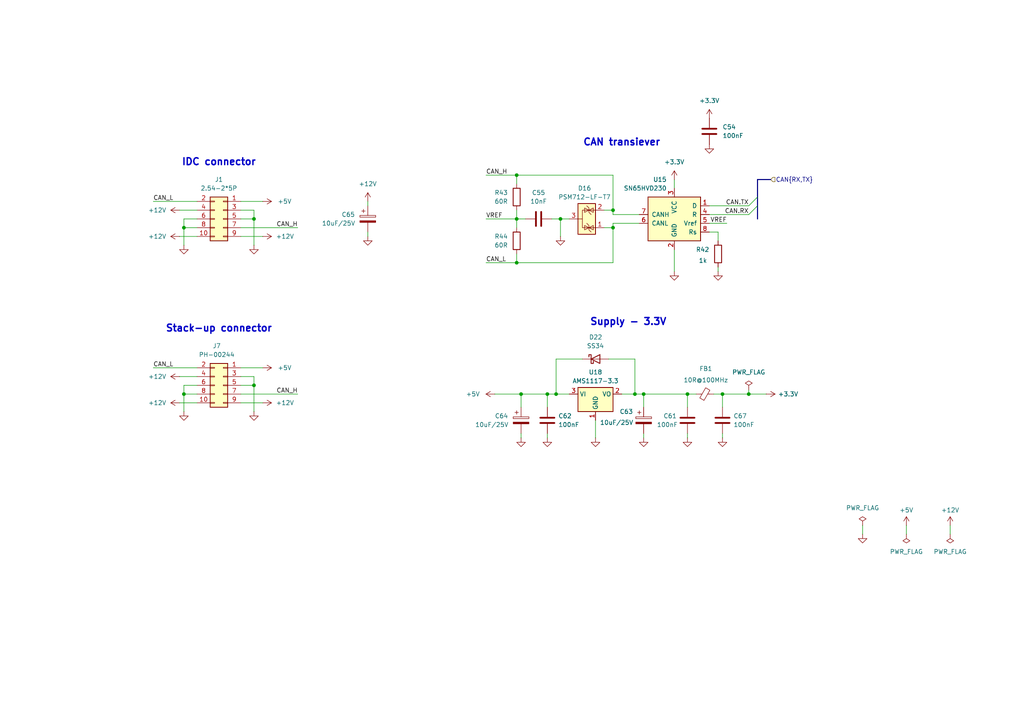
<source format=kicad_sch>
(kicad_sch (version 20231120) (generator "eeschema") (generator_version "8.0")
  (paper "A4")
  (title_block (title "Control board") (date "2024-06-11") (rev "${VERSION}") (company "TrendBit s.r.o.") (comment 1 "Designed by: Petr Malaník"))
  (lib_symbols
    (symbol "Connector_Generic:Conn_02x05_Odd_Even" (pin_names (offset 1.016) hide)
      (property "Reference" "J" (at 1.27 7.62 0))
      (property "Value" "Conn_02x05_Odd_Even" (at 1.27 -7.62 0))
      (symbol "Conn_02x05_Odd_Even_1_1"
        (rectangle (start -1.27 -4.953) (end 0 -5.207) (stroke (width 0.1524)))
        (rectangle (start -1.27 -2.413) (end 0 -2.667) (stroke (width 0.1524)))
        (rectangle (start -1.27 0.127) (end 0 -0.127) (stroke (width 0.1524)))
        (rectangle (start -1.27 2.667) (end 0 2.413) (stroke (width 0.1524)))
        (rectangle (start -1.27 5.207) (end 0 4.953) (stroke (width 0.1524)))
        (rectangle (start -1.27 6.35) (end 3.81 -6.35) (stroke (width 0.254)) (fill (type background)))
        (rectangle (start 3.81 -4.953) (end 2.54 -5.207) (stroke (width 0.1524)))
        (rectangle (start 3.81 -2.413) (end 2.54 -2.667) (stroke (width 0.1524)))
        (rectangle (start 3.81 0.127) (end 2.54 -0.127) (stroke (width 0.1524)))
        (rectangle (start 3.81 2.667) (end 2.54 2.413) (stroke (width 0.1524)))
        (rectangle (start 3.81 5.207) (end 2.54 4.953) (stroke (width 0.1524)))
        (pin passive line (at -5.08 5.08 0) (length 3.81) (name "Pin_1") (number "1"))
        (pin passive line (at 7.62 -5.08 180) (length 3.81) (name "Pin_10") (number "10"))
        (pin passive line (at 7.62 5.08 180) (length 3.81) (name "Pin_2") (number "2"))
        (pin passive line (at -5.08 2.54 0) (length 3.81) (name "Pin_3") (number "3"))
        (pin passive line (at 7.62 2.54 180) (length 3.81) (name "Pin_4") (number "4"))
        (pin passive line (at -5.08 0 0) (length 3.81) (name "Pin_5") (number "5"))
        (pin passive line (at 7.62 0 180) (length 3.81) (name "Pin_6") (number "6"))
        (pin passive line (at -5.08 -2.54 0) (length 3.81) (name "Pin_7") (number "7"))
        (pin passive line (at 7.62 -2.54 180) (length 3.81) (name "Pin_8") (number "8"))
        (pin passive line (at -5.08 -5.08 0) (length 3.81) (name "Pin_9") (number "9"))
      )
    )
    (symbol "Device:C" (pin_numbers hide) (pin_names (offset 0.254))
      (property "Reference" "C" (at 0.635 2.54 0))
      (property "Value" "C" (at 0.635 -2.54 0))
      (symbol "C_0_1"
        (polyline (pts (xy -2.032 -0.762) (xy 2.032 -0.762)) (stroke (width 0.508)))
        (polyline (pts (xy -2.032 0.762) (xy 2.032 0.762)) (stroke (width 0.508)))
      )
      (symbol "C_1_1"
        (pin passive line (at 0 3.81 270) (length 2.794) (name "~") (number "1"))
        (pin passive line (at 0 -3.81 90) (length 2.794) (name "~") (number "2"))
      )
    )
    (symbol "Device:C_Polarized" (pin_numbers hide) (pin_names (offset 0.254))
      (property "Reference" "C" (at 0.635 2.54 0))
      (property "Value" "C_Polarized" (at 0.635 -2.54 0))
      (symbol "C_Polarized_0_1"
        (rectangle (start -2.286 0.508) (end 2.286 1.016))
        (polyline (pts (xy -1.778 2.286) (xy -0.762 2.286)))
        (polyline (pts (xy -1.27 2.794) (xy -1.27 1.778)))
        (rectangle (start 2.286 -0.508) (end -2.286 -1.016) (fill (type outline)))
      )
      (symbol "C_Polarized_1_1"
        (pin passive line (at 0 3.81 270) (length 2.794) (name "~") (number "1"))
        (pin passive line (at 0 -3.81 90) (length 2.794) (name "~") (number "2"))
      )
    )
    (symbol "Device:D_Schottky" (pin_numbers hide) (pin_names (offset 1.016) hide)
      (property "Reference" "D" (at 0 2.54 0))
      (property "Value" "D_Schottky" (at 0 -2.54 0))
      (symbol "D_Schottky_0_1"
        (polyline (pts (xy 1.27 0) (xy -1.27 0)))
        (polyline (pts (xy 1.27 1.27) (xy 1.27 -1.27) (xy -1.27 0) (xy 1.27 1.27)) (stroke (width 0.254)))
        (polyline (pts (xy -1.905 0.635) (xy -1.905 1.27) (xy -1.27 1.27) (xy -1.27 -1.27) (xy -0.635 -1.27) (xy -0.635 -0.635)) (stroke (width 0.254)))
      )
      (symbol "D_Schottky_1_1"
        (pin passive line (at -3.81 0 0) (length 2.54) (name "K") (number "1"))
        (pin passive line (at 3.81 0 180) (length 2.54) (name "A") (number "2"))
      )
    )
    (symbol "Device:FerriteBead_Small" (pin_numbers hide) (pin_names (offset 0))
      (property "Reference" "FB" (at 1.905 1.27 0))
      (property "Value" "FerriteBead_Small" (at 1.905 -1.27 0))
      (symbol "FerriteBead_Small_0_1"
        (polyline (pts (xy 0 -1.27) (xy 0 -0.7874)))
        (polyline (pts (xy 0 0.889) (xy 0 1.2954)))
        (polyline (pts (xy -1.8288 0.2794) (xy -1.1176 1.4986) (xy 1.8288 -0.2032) (xy 1.1176 -1.4224) (xy -1.8288 0.2794)))
      )
      (symbol "FerriteBead_Small_1_1"
        (pin passive line (at 0 2.54 270) (length 1.27) (name "~") (number "1"))
        (pin passive line (at 0 -2.54 90) (length 1.27) (name "~") (number "2"))
      )
    )
    (symbol "Device:R" (pin_numbers hide) (pin_names (offset 0))
      (property "Reference" "R" (at 2.032 0 90))
      (property "Value" "R" (at 0 0 90))
      (symbol "R_0_1"
        (rectangle (start -1.016 -2.54) (end 1.016 2.54) (stroke (width 0.254)))
      )
      (symbol "R_1_1"
        (pin passive line (at 0 3.81 270) (length 1.27) (name "~") (number "1"))
        (pin passive line (at 0 -3.81 90) (length 1.27) (name "~") (number "2"))
      )
    )
    (symbol "Interface_CAN_LIN:SN65HVD230" (pin_names (offset 1.016))
      (property "Reference" "U" (at -2.54 10.16 0))
      (property "Value" "SN65HVD230" (at -2.54 7.62 0))
      (symbol "SN65HVD230_0_1"
        (rectangle (start -7.62 5.08) (end 7.62 -7.62) (stroke (width 0.254)) (fill (type background)))
      )
      (symbol "SN65HVD230_1_1"
        (pin input line (at -10.16 2.54 0) (length 2.54) (name "D") (number "1"))
        (pin power_in line (at 0 -10.16 90) (length 2.54) (name "GND") (number "2"))
        (pin power_in line (at 0 7.62 270) (length 2.54) (name "VCC") (number "3"))
        (pin output line (at -10.16 0 0) (length 2.54) (name "R") (number "4"))
        (pin output line (at -10.16 -2.54 0) (length 2.54) (name "Vref") (number "5"))
        (pin bidirectional line (at 10.16 -2.54 180) (length 2.54) (name "CANL") (number "6"))
        (pin bidirectional line (at 10.16 0 180) (length 2.54) (name "CANH") (number "7"))
        (pin input line (at -10.16 -5.08 0) (length 2.54) (name "Rs") (number "8"))
      )
    )
    (symbol "Power_Protection:NUP2105L" (pin_names hide)
      (property "Reference" "D" (at 5.715 2.54 0))
      (property "Value" "NUP2105L" (at 5.715 0.635 0))
      (symbol "NUP2105L_0_0"
        (pin passive line (at 0 -5.08 90) (length 2.54) (name "A") (number "3"))
      )
      (symbol "NUP2105L_0_1"
        (rectangle (start -4.445 2.54) (end 4.445 -2.54) (stroke (width 0.254)) (fill (type background)))
        (polyline (pts (xy -2.54 2.54) (xy -2.54 0.635)))
        (polyline (pts (xy 0 -1.27) (xy 0 -2.54)))
        (polyline (pts (xy 2.54 2.54) (xy 2.54 0.635)))
        (polyline (pts (xy -3.81 1.27) (xy -3.175 0.635) (xy -1.905 0.635) (xy -1.27 0)))
        (polyline (pts (xy -2.54 0.635) (xy -2.54 -1.27) (xy 2.54 -1.27) (xy 2.54 0.635)))
        (polyline (pts (xy -2.54 0.635) (xy -1.905 -0.635) (xy -3.175 -0.635) (xy -2.54 0.635)))
        (polyline (pts (xy 2.54 0.635) (xy 1.905 -0.635) (xy 3.175 -0.635) (xy 2.54 0.635)))
        (polyline (pts (xy 2.54 0.635) (xy 3.175 1.905) (xy 1.905 1.905) (xy 2.54 0.635)))
        (polyline (pts (xy -2.54 0.635) (xy -3.175 1.905) (xy -1.905 1.905) (xy -2.54 0.635) (xy -2.54 1.27)))
        (polyline (pts (xy 1.27 1.27) (xy 1.905 0.635) (xy 2.54 0.635) (xy 3.175 0.635) (xy 3.81 0)))
      )
      (symbol "NUP2105L_1_1"
        (pin passive line (at -2.54 5.08 270) (length 2.54) (name "K") (number "1"))
        (pin passive line (at 2.54 5.08 270) (length 2.54) (name "K") (number "2"))
      )
    )
    (symbol "Regulator_Linear:AMS1117-3.3"
      (property "Reference" "U" (at -3.81 3.175 0))
      (property "Value" "AMS1117-3.3" (at 0 3.175 0))
      (symbol "AMS1117-3.3_0_1"
        (rectangle (start -5.08 -5.08) (end 5.08 1.905) (stroke (width 0.254)) (fill (type background)))
      )
      (symbol "AMS1117-3.3_1_1"
        (pin power_in line (at 0 -7.62 90) (length 2.54) (name "GND") (number "1"))
        (pin power_out line (at 7.62 0 180) (length 2.54) (name "VO") (number "2"))
        (pin power_in line (at -7.62 0 0) (length 2.54) (name "VI") (number "3"))
      )
    )
    (symbol "power:+12V" (power) (pin_numbers hide) (pin_names (offset 0) hide)
      (property "Value" "+12V" (at 0 3.556 0))
      (symbol "+12V_0_1"
        (polyline (pts (xy -0.762 1.27) (xy 0 2.54)))
        (polyline (pts (xy 0 0) (xy 0 2.54)))
        (polyline (pts (xy 0 2.54) (xy 0.762 1.27)))
      )
      (symbol "+12V_1_1"
        (pin power_in line (at 0 0 90) (length 0) (name "~") (number "1"))
      )
    )
    (symbol "power:+3.3V" (power) (pin_numbers hide) (pin_names (offset 0) hide)
      (property "Value" "+3.3V" (at 0 3.556 0))
      (symbol "+3.3V_0_1"
        (polyline (pts (xy -0.762 1.27) (xy 0 2.54)))
        (polyline (pts (xy 0 0) (xy 0 2.54)))
        (polyline (pts (xy 0 2.54) (xy 0.762 1.27)))
      )
      (symbol "+3.3V_1_1"
        (pin power_in line (at 0 0 90) (length 0) (name "~") (number "1"))
      )
    )
    (symbol "power:+5V" (power) (pin_numbers hide) (pin_names (offset 0) hide)
      (property "Value" "+5V" (at 0 3.556 0))
      (symbol "+5V_0_1"
        (polyline (pts (xy -0.762 1.27) (xy 0 2.54)))
        (polyline (pts (xy 0 0) (xy 0 2.54)))
        (polyline (pts (xy 0 2.54) (xy 0.762 1.27)))
      )
      (symbol "+5V_1_1"
        (pin power_in line (at 0 0 90) (length 0) (name "~") (number "1"))
      )
    )
    (symbol "power:GND" (power) (pin_numbers hide) (pin_names (offset 0) hide)
      (property "Value" "GND" (at 0 -3.81 0))
      (symbol "GND_0_1"
        (polyline (pts (xy 0 0) (xy 0 -1.27) (xy 1.27 -1.27) (xy 0 -2.54) (xy -1.27 -1.27) (xy 0 -1.27)))
      )
      (symbol "GND_1_1"
        (pin power_in line (at 0 0 270) (length 0) (name "~") (number "1"))
      )
    )
    (symbol "power:PWR_FLAG" (power) (pin_numbers hide) (pin_names (offset 0) hide)
      (property "Value" "PWR_FLAG" (at 0 3.81 0))
      (symbol "PWR_FLAG_0_0"
        (pin power_out line (at 0 0 90) (length 0) (name "~") (number "1"))
      )
      (symbol "PWR_FLAG_0_1"
        (polyline (pts (xy 0 0) (xy 0 1.27) (xy -1.016 1.905) (xy 0 2.54) (xy 1.016 1.905) (xy 0 1.27)))
      )
    )
  )
  (junction (at 149.86 76.2))
  (junction (at 199.39 114.3))
  (junction (at 73.66 111.76))
  (junction (at 184.15 114.3))
  (junction (at 177.8 66.04))
  (junction (at 73.66 63.5))
  (junction (at 53.34 114.3))
  (junction (at 177.8 60.96))
  (junction (at 149.86 50.8))
  (junction (at 53.34 66.04))
  (junction (at 151.13 114.3))
  (junction (at 186.69 114.3))
  (junction (at 209.55 114.3))
  (junction (at 161.29 114.3))
  (junction (at 162.56 63.5))
  (junction (at 149.86 63.5))
  (junction (at 158.75 114.3))
  (junction (at 217.17 114.3))
  (bus_entry (at 219.71 57.15) (size -2.54 2.54))
  (bus_entry (at 219.71 59.69) (size -2.54 2.54))
  (wire (pts (xy 186.69 127) (xy 186.69 125.73)))
  (wire (pts (xy 162.56 63.5) (xy 162.56 68.58)))
  (wire (pts (xy 106.68 68.58) (xy 106.68 67.31)))
  (wire (pts (xy 217.17 113.03) (xy 217.17 114.3)))
  (wire (pts (xy 161.29 114.3) (xy 158.75 114.3)))
  (wire (pts (xy 209.55 114.3) (xy 217.17 114.3)))
  (wire (pts (xy 184.15 104.14) (xy 184.15 114.3)))
  (wire (pts (xy 52.07 116.84) (xy 57.15 116.84)))
  (wire (pts (xy 186.69 114.3) (xy 199.39 114.3)))
  (wire (pts (xy 53.34 114.3) (xy 57.15 114.3)))
  (wire (pts (xy 53.34 111.76) (xy 53.34 114.3)))
  (wire (pts (xy 176.53 104.14) (xy 184.15 104.14)))
  (wire (pts (xy 69.85 58.42) (xy 76.2 58.42)))
  (wire (pts (xy 53.34 114.3) (xy 53.34 119.38)))
  (wire (pts (xy 151.13 114.3) (xy 151.13 118.11)))
  (wire (pts (xy 177.8 62.23) (xy 177.8 60.96)))
  (wire (pts (xy 158.75 127) (xy 158.75 125.73)))
  (wire (pts (xy 149.86 50.8) (xy 140.97 50.8)))
  (wire (pts (xy 209.55 114.3) (xy 209.55 118.11)))
  (wire (pts (xy 199.39 114.3) (xy 199.39 118.11)))
  (wire (pts (xy 149.86 73.66) (xy 149.86 76.2)))
  (wire (pts (xy 262.89 152.4) (xy 262.89 154.94)))
  (wire (pts (xy 195.58 52.07) (xy 195.58 54.61)))
  (wire (pts (xy 149.86 63.5) (xy 149.86 60.96)))
  (bus (pts (xy 219.71 59.69) (xy 219.71 63.5)))
  (wire (pts (xy 69.85 109.22) (xy 73.66 109.22)))
  (wire (pts (xy 69.85 111.76) (xy 73.66 111.76)))
  (wire (pts (xy 52.07 60.96) (xy 57.15 60.96)))
  (wire (pts (xy 73.66 109.22) (xy 73.66 111.76)))
  (wire (pts (xy 73.66 63.5) (xy 73.66 71.12)))
  (wire (pts (xy 177.8 60.96) (xy 175.26 60.96)))
  (wire (pts (xy 172.72 121.92) (xy 172.72 127)))
  (wire (pts (xy 76.2 116.84) (xy 69.85 116.84)))
  (wire (pts (xy 205.74 67.31) (xy 208.28 67.31)))
  (wire (pts (xy 177.8 66.04) (xy 177.8 76.2)))
  (wire (pts (xy 195.58 72.39) (xy 195.58 78.74)))
  (wire (pts (xy 217.17 114.3) (xy 222.25 114.3)))
  (wire (pts (xy 69.85 60.96) (xy 73.66 60.96)))
  (wire (pts (xy 177.8 76.2) (xy 149.86 76.2)))
  (wire (pts (xy 152.4 63.5) (xy 149.86 63.5)))
  (wire (pts (xy 69.85 106.68) (xy 76.2 106.68)))
  (bus (pts (xy 219.71 57.15) (xy 219.71 59.69)))
  (wire (pts (xy 161.29 104.14) (xy 161.29 114.3)))
  (wire (pts (xy 217.17 62.23) (xy 205.74 62.23)))
  (bus (pts (xy 219.71 52.07) (xy 219.71 57.15)))
  (wire (pts (xy 208.28 78.74) (xy 208.28 77.47)))
  (wire (pts (xy 52.07 68.58) (xy 57.15 68.58)))
  (wire (pts (xy 177.8 50.8) (xy 149.86 50.8)))
  (wire (pts (xy 57.15 58.42) (xy 44.45 58.42)))
  (wire (pts (xy 185.42 62.23) (xy 177.8 62.23)))
  (wire (pts (xy 57.15 106.68) (xy 44.45 106.68)))
  (wire (pts (xy 165.1 114.3) (xy 161.29 114.3)))
  (wire (pts (xy 69.85 66.04) (xy 86.36 66.04)))
  (wire (pts (xy 180.34 114.3) (xy 184.15 114.3)))
  (wire (pts (xy 57.15 63.5) (xy 53.34 63.5)))
  (wire (pts (xy 57.15 111.76) (xy 53.34 111.76)))
  (wire (pts (xy 184.15 114.3) (xy 186.69 114.3)))
  (wire (pts (xy 168.91 104.14) (xy 161.29 104.14)))
  (wire (pts (xy 76.2 68.58) (xy 69.85 68.58)))
  (wire (pts (xy 177.8 66.04) (xy 175.26 66.04)))
  (wire (pts (xy 143.51 114.3) (xy 151.13 114.3)))
  (wire (pts (xy 149.86 63.5) (xy 149.86 66.04)))
  (wire (pts (xy 162.56 63.5) (xy 160.02 63.5)))
  (wire (pts (xy 210.82 64.77) (xy 205.74 64.77)))
  (wire (pts (xy 69.85 114.3) (xy 86.36 114.3)))
  (wire (pts (xy 177.8 64.77) (xy 177.8 66.04)))
  (wire (pts (xy 207.01 114.3) (xy 209.55 114.3)))
  (wire (pts (xy 69.85 63.5) (xy 73.66 63.5)))
  (wire (pts (xy 158.75 114.3) (xy 151.13 114.3)))
  (wire (pts (xy 250.19 152.4) (xy 250.19 154.94)))
  (wire (pts (xy 53.34 63.5) (xy 53.34 66.04)))
  (wire (pts (xy 53.34 66.04) (xy 57.15 66.04)))
  (wire (pts (xy 149.86 63.5) (xy 140.97 63.5)))
  (wire (pts (xy 73.66 60.96) (xy 73.66 63.5)))
  (wire (pts (xy 73.66 111.76) (xy 73.66 119.38)))
  (wire (pts (xy 185.42 64.77) (xy 177.8 64.77)))
  (wire (pts (xy 149.86 76.2) (xy 140.97 76.2)))
  (wire (pts (xy 186.69 114.3) (xy 186.69 118.11)))
  (wire (pts (xy 165.1 63.5) (xy 162.56 63.5)))
  (wire (pts (xy 208.28 67.31) (xy 208.28 69.85)))
  (wire (pts (xy 177.8 50.8) (xy 177.8 60.96)))
  (wire (pts (xy 158.75 114.3) (xy 158.75 118.11)))
  (wire (pts (xy 106.68 58.42) (xy 106.68 59.69)))
  (wire (pts (xy 275.59 152.4) (xy 275.59 154.94)))
  (wire (pts (xy 53.34 66.04) (xy 53.34 71.12)))
  (wire (pts (xy 205.74 59.69) (xy 217.17 59.69)))
  (wire (pts (xy 209.55 127) (xy 209.55 125.73)))
  (wire (pts (xy 199.39 127) (xy 199.39 125.73)))
  (wire (pts (xy 199.39 114.3) (xy 201.93 114.3)))
  (wire (pts (xy 52.07 109.22) (xy 57.15 109.22)))
  (wire (pts (xy 149.86 50.8) (xy 149.86 53.34)))
  (bus (pts (xy 223.52 52.07) (xy 219.71 52.07)))
  (wire (pts (xy 151.13 127) (xy 151.13 125.73)))
  (text "CAN transiever" (at 180.34 42.545 0) (effects (font (size 2 2) (thickness 0.4) (bold yes)) (justify bottom)))
  (text "Supply - 3.3V" (at 182.245 94.615 0) (effects (font (size 2 2) (thickness 0.4) (bold yes)) (justify bottom)))
  (text "Stack-up connector" (at 63.5 96.52 0) (effects (font (size 2 2) (thickness 0.4) (bold yes)) (justify bottom)))
  (text "IDC connector" (at 63.5 48.26 0) (effects (font (size 2 2) (thickness 0.4) (bold yes)) (justify bottom)))
  (label "CAN_L" (at 44.45 58.42 0))
  (label "CAN_L" (at 44.45 106.68 0))
  (label "VREF" (at 140.97 63.5 0))
  (label "VREF" (at 210.82 64.77 180))
  (label "CAN.TX" (at 217.17 59.69 180))
  (label "CAN_L" (at 140.97 76.2 0))
  (label "CAN.RX" (at 217.17 62.23 180))
  (label "CAN_H" (at 86.36 66.04 180))
  (label "CAN_H" (at 140.97 50.8 0))
  (label "CAN_H" (at 86.36 114.3 180))
  (hierarchical_label "CAN{RX,TX}" (shape input) (at 223.52 52.07 0))
  (symbol (lib_id "power:+12V") (at 52.07 68.58 90) (unit 1)
    (property "Reference" "#PWR02" (effects (hide yes)))
    (property "Value" "+12V" (at 48.26 68.5799 90) (effects (justify left)))
    (property "Description" "Power symbol creates a global label with name \"+12V\"" (effects (hide yes)))
  )
  (symbol (lib_id "power:GND") (at 195.58 78.74 0) (mirror y) (unit 1)
    (property "Reference" "#PWR0162" (effects (hide yes)))
    (property "Value" "GND" (effects (hide yes)))
    (property "Description" "Power symbol creates a global label with name \"GND\" , ground" (effects (hide yes)))
  )
  (symbol (lib_id "power:+12V") (at 52.07 60.96 90) (unit 1)
    (property "Reference" "#PWR01" (effects (hide yes)))
    (property "Value" "+12V" (at 48.26 60.9599 90) (effects (justify left)))
    (property "Description" "Power symbol creates a global label with name \"+12V\"" (effects (hide yes)))
  )
  (symbol (lib_id "Power_Protection:NUP2105L") (at 170.18 63.5 270) (mirror x) (unit 1)
    (property "Reference" "D16" (at 169.545 54.61 90))
    (property "Value" "PSM712-LF-T7" (at 169.545 57.15 90))
    (property "Footprint" "Package_TO_SOT_SMD:SOT-23" (effects (hide yes)))
    (property "Datasheet" "https://www.onsemi.com/pub_link/Collateral/NUP2105L-D.PDF" (effects (hide yes)))
    (property "Description" "Dual Line CAN Bus Protector, 24Vrwm" (effects (hide yes)))
    (property "Mouser" "https://cz.mouser.com/ProductDetail/onsemi/SZNUP2105LT1G?qs=PJJcWtbOkNWqqZbXH80dfQ%3D%3D" (effects (hide yes)))
    (property "MPN" "PSM712-LF-T7" (effects (hide yes)))
    (property "MPNA" "SZNUP2105LT1G" (effects (hide yes)))
    (property "LCSC" "C32677" (effects (hide yes)))
  )
  (symbol (lib_id "power:+5V") (at 262.89 152.4 0) (unit 1)
    (property "Reference" "#PWR074" (effects (hide yes)))
    (property "Value" "+5V" (at 262.89 147.955 0))
  )
  (symbol (lib_id "Interface_CAN_LIN:SN65HVD230") (at 195.58 62.23 0) (mirror y) (unit 1)
    (property "Reference" "U15" (at 193.3859 52.07 0) (effects (justify left)))
    (property "Value" "SN65HVD230" (at 193.3859 54.61 0) (effects (justify left)))
    (property "Footprint" "Package_SO:SOIC-8_3.9x4.9mm_P1.27mm" (effects (hide yes)))
    (property "Datasheet" "http://www.ti.com/lit/ds/symlink/sn65hvd230.pdf" (effects (hide yes)))
    (property "Description" "CAN Bus Transceivers, 3.3V, 1Mbps, Low-Power capabilities, SOIC-8" (effects (hide yes)))
    (property "Mouser" "https://cz.mouser.com/ProductDetail/Texas-Instruments/SN65HVD230DR?qs=QViXGNcIEAtifeQR3pYVUQ%3D%3D" (effects (hide yes)))
    (property "JLCPCB" "C12084" (effects (hide yes)))
    (property "MPN" "SN65HVD230DR" (effects (hide yes)))
    (property "LCSC" "C12084" (effects (hide yes)))
  )
  (symbol (lib_id "Device:C") (at 158.75 121.92 0) (unit 1)
    (property "Reference" "C62" (at 161.925 120.65 0) (effects (justify left)))
    (property "Value" "100nF" (at 161.925 123.19 0) (effects (justify left)))
    (property "Footprint" "Capacitor_SMD:C_0603_1608Metric" (effects (hide yes)))
    (property "Description" "Unpolarized capacitor" (effects (hide yes)))
    (property "LCSC" "C14663" (effects (hide yes)))
  )
  (symbol (lib_id "Device:C") (at 209.55 121.92 0) (unit 1)
    (property "Reference" "C67" (at 212.725 120.65 0) (effects (justify left)))
    (property "Value" "100nF" (at 212.725 123.19 0) (effects (justify left)))
    (property "Footprint" "Capacitor_SMD:C_0603_1608Metric" (effects (hide yes)))
    (property "Description" "Unpolarized capacitor" (effects (hide yes)))
    (property "LCSC" "C14663" (effects (hide yes)))
  )
  (symbol (lib_id "Connector_Generic:Conn_02x05_Odd_Even") (at 64.77 111.76 0) (mirror y) (unit 1)
    (property "Reference" "J7" (at 62.865 100.33 0))
    (property "Value" "PH-00244" (at 62.865 102.87 0))
    (property "Footprint" "Connector_PinSocket_2.54mm:PinSocket_2x05_P2.54mm_Vertical" (effects (hide yes)))
    (property "Description" "Generic connector, double row, 02x05, odd/even pin numbering scheme (row 1 odd numbers, row 2 even numbers), script generated (kicad-library-utils/schlib/autogen/connector/)" (effects (hide yes)))
    (property "LCSC" "C92270" (effects (hide yes)))
  )
  (symbol (lib_id "power:GND") (at 53.34 119.38 0) (unit 1)
    (property "Reference" "#PWR06" (effects (hide yes)))
    (property "Value" "GND" (effects (hide yes)))
    (property "Description" "Power symbol creates a global label with name \"GND\" , ground" (effects (hide yes)))
  )
  (symbol (lib_id "power:PWR_FLAG") (at 217.17 113.03 0) (unit 1)
    (property "Reference" "#FLG02" (effects (hide yes)))
    (property "Value" "PWR_FLAG" (at 217.17 107.95 0))
    (property "Description" "Special symbol for telling ERC where power comes from" (effects (hide yes)))
  )
  (symbol (lib_id "power:+12V") (at 52.07 116.84 90) (unit 1)
    (property "Reference" "#PWR04" (effects (hide yes)))
    (property "Value" "+12V" (at 48.26 116.8399 90) (effects (justify left)))
    (property "Description" "Power symbol creates a global label with name \"+12V\"" (effects (hide yes)))
  )
  (symbol (lib_id "Device:C_Polarized") (at 186.69 121.92 0) (unit 1)
    (property "Reference" "C63" (at 179.705 119.38 0) (effects (justify left)))
    (property "Value" "10uF/25V" (at 173.99 122.555 0) (effects (justify left)))
    (property "Footprint" "Capacitor_SMD:CP_Elec_4x5.4" (effects (hide yes)))
    (property "LCSC" "C72485" (effects (hide yes)))
    (property "MPN" "RVT1V100M0405" (effects (hide yes)))
  )
  (symbol (lib_id "power:+12V") (at 76.2 68.58 270) (unit 1)
    (property "Reference" "#PWR0157" (effects (hide yes)))
    (property "Value" "+12V" (at 80.01 68.5801 90) (effects (justify left)))
    (property "Description" "Power symbol creates a global label with name \"+12V\"" (effects (hide yes)))
  )
  (symbol (lib_id "power:GND") (at 73.66 71.12 0) (unit 1)
    (property "Reference" "#PWR0154" (effects (hide yes)))
    (property "Value" "GND" (effects (hide yes)))
    (property "Description" "Power symbol creates a global label with name \"GND\" , ground" (effects (hide yes)))
  )
  (symbol (lib_id "Device:R") (at 149.86 69.85 0) (mirror y) (unit 1)
    (property "Reference" "R44" (at 147.32 68.5799 0) (effects (justify left)))
    (property "Value" "60R" (at 147.32 71.1199 0) (effects (justify left)))
    (property "Footprint" "Resistor_SMD:R_1206_3216Metric" (effects (hide yes)))
    (property "Description" "Resistor" (effects (hide yes)))
    (property "LCSC" "C144481" (effects (hide yes)))
  )
  (symbol (lib_id "Device:R") (at 149.86 57.15 0) (mirror y) (unit 1)
    (property "Reference" "R43" (at 147.32 55.8799 0) (effects (justify left)))
    (property "Value" "60R" (at 147.32 58.4199 0) (effects (justify left)))
    (property "Footprint" "Resistor_SMD:R_1206_3216Metric" (effects (hide yes)))
    (property "Description" "Resistor" (effects (hide yes)))
    (property "LCSC" "C144481" (effects (hide yes)))
  )
  (symbol (lib_id "power:GND") (at 250.19 154.94 0) (unit 1)
    (property "Reference" "#PWR075" (effects (hide yes)))
    (property "Value" "GND" (effects (hide yes)))
    (property "Description" "Power symbol creates a global label with name \"GND\" , ground" (effects (hide yes)))
  )
  (symbol (lib_id "Device:FerriteBead_Small") (at 204.47 114.3 90) (unit 1)
    (property "Reference" "FB1" (at 204.724 106.934 90))
    (property "Value" "10R@100MHz" (at 204.724 110.236 90))
    (property "Footprint" "Inductor_SMD:L_0603_1608Metric" (effects (hide yes)))
    (property "Description" "Ferrite bead, small symbol" (effects (hide yes)))
    (property "Link" "https://cz.mouser.com/ProductDetail/Murata-Electronics/BLM21PG220SN1D?qs=tuW2Z%252BT4A0yqSWmso6vkmg%3D%3D" (effects (hide yes)))
    (property "MPN" " GZ1608D601TF" (effects (hide yes)))
    (property "MPNA" "BLE18PK100SN1D" (effects (hide yes)))
    (property "Mouser" "https://cz.mouser.com/ProductDetail/Murata-Electronics/BLE18PK100SN1D?qs=W%2FMpXkg%252BdQ6tzBmLeY1psA%3D%3D" (effects (hide yes)))
    (property "LCSC" "C2971881" (effects (hide yes)))
  )
  (symbol (lib_id "power:PWR_FLAG") (at 250.19 152.4 0) (unit 1)
    (property "Reference" "#FLG06" (effects (hide yes)))
    (property "Value" "PWR_FLAG" (at 250.19 147.32 0))
    (property "Description" "Special symbol for telling ERC where power comes from" (effects (hide yes)))
  )
  (symbol (lib_id "power:GND") (at 53.34 71.12 0) (unit 1)
    (property "Reference" "#PWR05" (effects (hide yes)))
    (property "Value" "GND" (effects (hide yes)))
    (property "Description" "Power symbol creates a global label with name \"GND\" , ground" (effects (hide yes)))
  )
  (symbol (lib_id "Device:C") (at 199.39 121.92 0) (unit 1)
    (property "Reference" "C61" (at 192.405 120.65 0) (effects (justify left)))
    (property "Value" "100nF" (at 190.5 123.19 0) (effects (justify left)))
    (property "Footprint" "Capacitor_SMD:C_0603_1608Metric" (effects (hide yes)))
    (property "Description" "Unpolarized capacitor" (effects (hide yes)))
    (property "LCSC" "C14663" (effects (hide yes)))
  )
  (symbol (lib_id "power:+5V") (at 76.2 58.42 270) (unit 1)
    (property "Reference" "#PWR0156" (effects (hide yes)))
    (property "Value" "+5V" (at 82.55 58.42 90))
  )
  (symbol (lib_id "Device:C_Polarized") (at 151.13 121.92 0) (unit 1)
    (property "Reference" "C64" (at 143.51 120.65 0) (effects (justify left)))
    (property "Value" "10uF/25V" (at 137.795 123.19 0) (effects (justify left)))
    (property "Footprint" "Capacitor_SMD:CP_Elec_4x5.4" (effects (hide yes)))
    (property "LCSC" "C72485" (effects (hide yes)))
    (property "MPN" "RVT1V100M0405" (effects (hide yes)))
  )
  (symbol (lib_id "power:GND") (at 106.68 68.58 0) (unit 1)
    (property "Reference" "#PWR0207" (effects (hide yes)))
    (property "Value" "GND" (effects (hide yes)))
    (property "Description" "Power symbol creates a global label with name \"GND\" , ground" (effects (hide yes)))
  )
  (symbol (lib_id "power:+5V") (at 143.51 114.3 90) (unit 1)
    (property "Reference" "#PWR0205" (effects (hide yes)))
    (property "Value" "+5V" (at 137.16 114.3 90))
  )
  (symbol (lib_id "power:GND") (at 208.28 78.74 0) (mirror y) (unit 1)
    (property "Reference" "#PWR0160" (effects (hide yes)))
    (property "Value" "GND" (effects (hide yes)))
    (property "Description" "Power symbol creates a global label with name \"GND\" , ground" (effects (hide yes)))
  )
  (symbol (lib_id "power:GND") (at 151.13 127 0) (unit 1)
    (property "Reference" "#PWR0203" (effects (hide yes)))
    (property "Value" "GND" (effects (hide yes)))
    (property "Description" "Power symbol creates a global label with name \"GND\" , ground" (effects (hide yes)))
  )
  (symbol (lib_id "power:GND") (at 162.56 68.58 0) (mirror y) (unit 1)
    (property "Reference" "#PWR0165" (effects (hide yes)))
    (property "Value" "GND" (effects (hide yes)))
    (property "Description" "Power symbol creates a global label with name \"GND\" , ground" (effects (hide yes)))
  )
  (symbol (lib_id "power:PWR_FLAG") (at 275.59 154.94 180) (unit 1)
    (property "Reference" "#FLG03" (effects (hide yes)))
    (property "Value" "PWR_FLAG" (at 275.59 160.02 0))
    (property "Description" "Special symbol for telling ERC where power comes from" (effects (hide yes)))
  )
  (symbol (lib_id "power:+3.3V") (at 222.25 114.3 270) (unit 1)
    (property "Reference" "#PWR0206" (effects (hide yes)))
    (property "Value" "+3.3V" (at 228.6 114.3 90))
    (property "Description" "Power symbol creates a global label with name \"+3.3V\"" (effects (hide yes)))
  )
  (symbol (lib_id "Device:R") (at 208.28 73.66 0) (mirror y) (unit 1)
    (property "Reference" "R42" (at 205.74 72.39 0) (effects (justify left)))
    (property "Value" "1k" (at 205.105 75.565 0) (effects (justify left)))
    (property "Footprint" "Resistor_SMD:R_0603_1608Metric" (effects (hide yes)))
    (property "LCSC" "C21190" (effects (hide yes)))
  )
  (symbol (lib_id "power:+12V") (at 106.68 58.42 0) (unit 1)
    (property "Reference" "#PWR0208" (effects (hide yes)))
    (property "Value" "+12V" (at 106.68 53.34 0))
    (property "Description" "Power symbol creates a global label with name \"+12V\"" (effects (hide yes)))
  )
  (symbol (lib_id "power:PWR_FLAG") (at 262.89 154.94 180) (unit 1)
    (property "Reference" "#FLG04" (effects (hide yes)))
    (property "Value" "PWR_FLAG" (at 262.89 160.02 0))
    (property "Description" "Special symbol for telling ERC where power comes from" (effects (hide yes)))
  )
  (symbol (lib_id "power:+3.3V") (at 195.58 52.07 0) (mirror y) (unit 1)
    (property "Reference" "#PWR0161" (effects (hide yes)))
    (property "Value" "+3.3V" (at 195.58 46.99 0))
    (property "Description" "Power symbol creates a global label with name \"+3.3V\"" (effects (hide yes)))
  )
  (symbol (lib_id "Device:C") (at 156.21 63.5 270) (mirror x) (unit 1)
    (property "Reference" "C55" (at 156.21 55.88 90))
    (property "Value" "10nF" (at 156.21 58.42 90))
    (property "Footprint" "Capacitor_SMD:C_0603_1608Metric" (effects (hide yes)))
    (property "Description" "Unpolarized capacitor" (effects (hide yes)))
    (property "LCSC" "C57112" (effects (hide yes)))
  )
  (symbol (lib_id "Device:C") (at 205.74 38.1 0) (unit 1)
    (property "Reference" "C54" (at 209.55 36.8299 0) (effects (justify left)))
    (property "Value" "100nF" (at 209.55 39.3699 0) (effects (justify left)))
    (property "Footprint" "Capacitor_SMD:C_0603_1608Metric" (effects (hide yes)))
    (property "Description" "Unpolarized capacitor" (effects (hide yes)))
    (property "LCSC" "C14663" (effects (hide yes)))
  )
  (symbol (lib_id "power:+12V") (at 275.59 152.4 0) (unit 1)
    (property "Reference" "#PWR073" (effects (hide yes)))
    (property "Value" "+12V" (at 275.59 147.955 0))
    (property "Description" "Power symbol creates a global label with name \"+12V\"" (effects (hide yes)))
  )
  (symbol (lib_id "power:+5V") (at 76.2 106.68 270) (unit 1)
    (property "Reference" "#PWR0158" (effects (hide yes)))
    (property "Value" "+5V" (at 82.55 106.68 90))
  )
  (symbol (lib_id "power:GND") (at 209.55 127 0) (unit 1)
    (property "Reference" "#PWR0218" (effects (hide yes)))
    (property "Value" "GND" (effects (hide yes)))
    (property "Description" "Power symbol creates a global label with name \"GND\" , ground" (effects (hide yes)))
  )
  (symbol (lib_id "power:+12V") (at 52.07 109.22 90) (unit 1)
    (property "Reference" "#PWR03" (effects (hide yes)))
    (property "Value" "+12V" (at 48.26 109.2199 90) (effects (justify left)))
    (property "Description" "Power symbol creates a global label with name \"+12V\"" (effects (hide yes)))
  )
  (symbol (lib_id "power:GND") (at 186.69 127 0) (unit 1)
    (property "Reference" "#PWR0201" (effects (hide yes)))
    (property "Value" "GND" (effects (hide yes)))
    (property "Description" "Power symbol creates a global label with name \"GND\" , ground" (effects (hide yes)))
  )
  (symbol (lib_id "Connector_Generic:Conn_02x05_Odd_Even") (at 64.77 63.5 0) (mirror y) (unit 1)
    (property "Reference" "J1" (at 63.5 52.07 0))
    (property "Value" "2.54-2*5P" (at 63.5 54.61 0))
    (property "Footprint" "Connector_IDC:IDC-Header_2x05_P2.54mm_Vertical" (effects (hide yes)))
    (property "Description" "Generic connector, double row, 02x05, odd/even pin numbering scheme (row 1 odd numbers, row 2 even numbers), script generated (kicad-library-utils/schlib/autogen/connector/)" (effects (hide yes)))
    (property "LCSC" "C5665" (effects (hide yes)))
    (property "MPN" " 2.54-2*5P" (effects (hide yes)))
  )
  (symbol (lib_id "power:+12V") (at 76.2 116.84 270) (unit 1)
    (property "Reference" "#PWR0159" (effects (hide yes)))
    (property "Value" "+12V" (at 80.01 116.8401 90) (effects (justify left)))
    (property "Description" "Power symbol creates a global label with name \"+12V\"" (effects (hide yes)))
  )
  (symbol (lib_id "power:GND") (at 199.39 127 0) (unit 1)
    (property "Reference" "#PWR0204" (effects (hide yes)))
    (property "Value" "GND" (effects (hide yes)))
    (property "Description" "Power symbol creates a global label with name \"GND\" , ground" (effects (hide yes)))
  )
  (symbol (lib_id "Device:D_Schottky") (at 172.72 104.14 0) (unit 1)
    (property "Reference" "D22" (at 170.815 97.79 0) (effects (justify left)))
    (property "Value" "SS34" (at 170.18 100.33 0) (effects (justify left)))
    (property "Footprint" "Diode_SMD:D_SMA" (effects (hide yes)))
    (property "Description" "Schottky diode" (effects (hide yes)))
    (property "Link" "https://cz.mouser.com/ProductDetail/Comchip-Technology/CDBA340-HF?qs=sGAEpiMZZMtbRapU8LlZD7Jimkw4KnZBmcvzrUXABj8%3D" (effects (hide yes)))
    (property "JLCPCB" "C8678" (effects (hide yes)))
    (property "Mouser" "https://cz.mouser.com/ProductDetail/Comchip-Technology/CDBA340-HF?qs=2qJf6qQ4IOK2MGmBCnkoYw%3D%3D" (effects (hide yes)))
    (property "MPNA" "SS34" (effects (hide yes)))
    (property "LCSC" "C8678" (effects (hide yes)))
    (property "MPN" "SS34" (effects (hide yes)))
  )
  (symbol (lib_id "power:+3.3V") (at 205.74 34.29 0) (unit 1)
    (property "Reference" "#PWR0163" (effects (hide yes)))
    (property "Value" "+3.3V" (at 205.74 29.21 0))
    (property "Description" "Power symbol creates a global label with name \"+3.3V\"" (effects (hide yes)))
  )
  (symbol (lib_id "Device:C_Polarized") (at 106.68 63.5 0) (unit 1)
    (property "Reference" "C65" (at 99.06 62.23 0) (effects (justify left)))
    (property "Value" "10uF/25V" (at 93.345 64.77 0) (effects (justify left)))
    (property "Footprint" "Capacitor_SMD:CP_Elec_4x5.4" (effects (hide yes)))
    (property "LCSC" "C72485" (effects (hide yes)))
    (property "MPN" "RVT1V100M0405" (effects (hide yes)))
  )
  (symbol (lib_id "Regulator_Linear:AMS1117-3.3") (at 172.72 114.3 0) (unit 1)
    (property "Reference" "U18" (at 172.72 107.95 0))
    (property "Value" "AMS1117-3.3" (at 172.72 110.49 0))
    (property "Footprint" "Package_TO_SOT_SMD:SOT-223-3_TabPin2" (effects (hide yes)))
    (property "Datasheet" "http://www.advanced-monolithic.com/pdf/ds1117.pdf" (effects (hide yes)))
    (property "Description" "1A Low Dropout regulator, positive, 3.3V fixed output, SOT-223" (effects (hide yes)))
    (property "LCSC" "C6186" (effects (hide yes)))
    (property "MPN" " AMS1117-3.3" (effects (hide yes)))
  )
  (symbol (lib_id "power:GND") (at 205.74 41.91 0) (unit 1)
    (property "Reference" "#PWR0164" (effects (hide yes)))
    (property "Value" "GND" (effects (hide yes)))
    (property "Description" "Power symbol creates a global label with name \"GND\" , ground" (effects (hide yes)))
  )
  (symbol (lib_id "power:GND") (at 73.66 119.38 0) (unit 1)
    (property "Reference" "#PWR0155" (effects (hide yes)))
    (property "Value" "GND" (effects (hide yes)))
    (property "Description" "Power symbol creates a global label with name \"GND\" , ground" (effects (hide yes)))
  )
  (symbol (lib_id "power:GND") (at 172.72 127 0) (unit 1)
    (property "Reference" "#PWR0200" (effects (hide yes)))
    (property "Value" "GND" (effects (hide yes)))
    (property "Description" "Power symbol creates a global label with name \"GND\" , ground" (effects (hide yes)))
  )
  (symbol (lib_id "power:GND") (at 158.75 127 0) (unit 1)
    (property "Reference" "#PWR0202" (effects (hide yes)))
    (property "Value" "GND" (effects (hide yes)))
    (property "Description" "Power symbol creates a global label with name \"GND\" , ground" (effects (hide yes)))
  )
)
</source>
